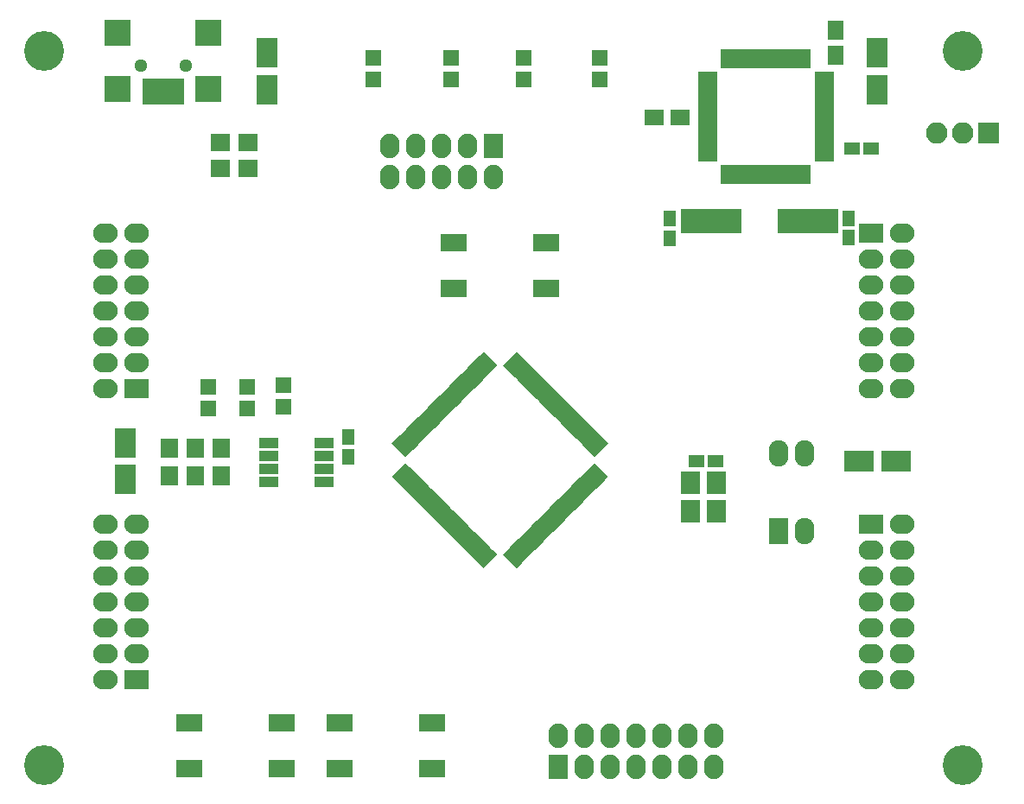
<source format=gts>
G04 #@! TF.FileFunction,Soldermask,Top*
%FSLAX46Y46*%
G04 Gerber Fmt 4.6, Leading zero omitted, Abs format (unit mm)*
G04 Created by KiCad (PCBNEW 4.0.5) date 03/03/17 01:14:30*
%MOMM*%
%LPD*%
G01*
G04 APERTURE LIST*
%ADD10C,0.100000*%
%ADD11R,1.650000X1.900000*%
%ADD12R,1.900000X0.950000*%
%ADD13R,0.950000X1.900000*%
%ADD14R,2.597100X2.597100*%
%ADD15R,0.897840X2.597100*%
%ADD16C,1.299160*%
%ADD17O,1.900000X2.400000*%
%ADD18R,1.900000X2.400000*%
%ADD19R,1.950000X1.000000*%
%ADD20R,1.598880X1.598880*%
%ADD21R,1.600000X1.150000*%
%ADD22R,1.900000X1.650000*%
%ADD23R,1.900000X1.700000*%
%ADD24R,1.700000X1.900000*%
%ADD25O,2.400000X1.900000*%
%ADD26R,2.400000X1.900000*%
%ADD27R,5.899100X2.398980*%
%ADD28R,1.900000X2.200000*%
%ADD29R,1.150000X1.600000*%
%ADD30R,2.000200X3.000960*%
%ADD31R,3.000960X2.000200*%
%ADD32C,3.900120*%
%ADD33R,2.500000X1.750000*%
%ADD34R,2.100000X2.100000*%
%ADD35O,2.100000X2.100000*%
%ADD36R,1.898600X2.597100*%
%ADD37O,1.898600X2.597100*%
G04 APERTURE END LIST*
D10*
D11*
X170688000Y-65766000D03*
X170688000Y-63266000D03*
D10*
G36*
X147906627Y-103288679D02*
X148401602Y-103783654D01*
X147058099Y-105127157D01*
X146563124Y-104632182D01*
X147906627Y-103288679D01*
X147906627Y-103288679D01*
G37*
G36*
X147553074Y-102935126D02*
X148048049Y-103430101D01*
X146704546Y-104773604D01*
X146209571Y-104278629D01*
X147553074Y-102935126D01*
X147553074Y-102935126D01*
G37*
G36*
X147199520Y-102581573D02*
X147694495Y-103076548D01*
X146350992Y-104420051D01*
X145856017Y-103925076D01*
X147199520Y-102581573D01*
X147199520Y-102581573D01*
G37*
G36*
X146845967Y-102228019D02*
X147340942Y-102722994D01*
X145997439Y-104066497D01*
X145502464Y-103571522D01*
X146845967Y-102228019D01*
X146845967Y-102228019D01*
G37*
G36*
X146492413Y-101874466D02*
X146987388Y-102369441D01*
X145643885Y-103712944D01*
X145148910Y-103217969D01*
X146492413Y-101874466D01*
X146492413Y-101874466D01*
G37*
G36*
X146138860Y-101520913D02*
X146633835Y-102015888D01*
X145290332Y-103359391D01*
X144795357Y-102864416D01*
X146138860Y-101520913D01*
X146138860Y-101520913D01*
G37*
G36*
X145785307Y-101167359D02*
X146280282Y-101662334D01*
X144936779Y-103005837D01*
X144441804Y-102510862D01*
X145785307Y-101167359D01*
X145785307Y-101167359D01*
G37*
G36*
X145431753Y-100813806D02*
X145926728Y-101308781D01*
X144583225Y-102652284D01*
X144088250Y-102157309D01*
X145431753Y-100813806D01*
X145431753Y-100813806D01*
G37*
G36*
X145078200Y-100460252D02*
X145573175Y-100955227D01*
X144229672Y-102298730D01*
X143734697Y-101803755D01*
X145078200Y-100460252D01*
X145078200Y-100460252D01*
G37*
G36*
X144724646Y-100106699D02*
X145219621Y-100601674D01*
X143876118Y-101945177D01*
X143381143Y-101450202D01*
X144724646Y-100106699D01*
X144724646Y-100106699D01*
G37*
G36*
X144371093Y-99753146D02*
X144866068Y-100248121D01*
X143522565Y-101591624D01*
X143027590Y-101096649D01*
X144371093Y-99753146D01*
X144371093Y-99753146D01*
G37*
G36*
X144017540Y-99399592D02*
X144512515Y-99894567D01*
X143169012Y-101238070D01*
X142674037Y-100743095D01*
X144017540Y-99399592D01*
X144017540Y-99399592D01*
G37*
G36*
X143663986Y-99046039D02*
X144158961Y-99541014D01*
X142815458Y-100884517D01*
X142320483Y-100389542D01*
X143663986Y-99046039D01*
X143663986Y-99046039D01*
G37*
G36*
X143310433Y-98692485D02*
X143805408Y-99187460D01*
X142461905Y-100530963D01*
X141966930Y-100035988D01*
X143310433Y-98692485D01*
X143310433Y-98692485D01*
G37*
G36*
X142956879Y-98338932D02*
X143451854Y-98833907D01*
X142108351Y-100177410D01*
X141613376Y-99682435D01*
X142956879Y-98338932D01*
X142956879Y-98338932D01*
G37*
G36*
X142603326Y-97985379D02*
X143098301Y-98480354D01*
X141754798Y-99823857D01*
X141259823Y-99328882D01*
X142603326Y-97985379D01*
X142603326Y-97985379D01*
G37*
G36*
X142249773Y-97631825D02*
X142744748Y-98126800D01*
X141401245Y-99470303D01*
X140906270Y-98975328D01*
X142249773Y-97631825D01*
X142249773Y-97631825D01*
G37*
G36*
X141896219Y-97278272D02*
X142391194Y-97773247D01*
X141047691Y-99116750D01*
X140552716Y-98621775D01*
X141896219Y-97278272D01*
X141896219Y-97278272D01*
G37*
G36*
X141542666Y-96924718D02*
X142037641Y-97419693D01*
X140694138Y-98763196D01*
X140199163Y-98268221D01*
X141542666Y-96924718D01*
X141542666Y-96924718D01*
G37*
G36*
X141189112Y-96571165D02*
X141684087Y-97066140D01*
X140340584Y-98409643D01*
X139845609Y-97914668D01*
X141189112Y-96571165D01*
X141189112Y-96571165D01*
G37*
G36*
X140835559Y-96217612D02*
X141330534Y-96712587D01*
X139987031Y-98056090D01*
X139492056Y-97561115D01*
X140835559Y-96217612D01*
X140835559Y-96217612D01*
G37*
G36*
X140482006Y-95864058D02*
X140976981Y-96359033D01*
X139633478Y-97702536D01*
X139138503Y-97207561D01*
X140482006Y-95864058D01*
X140482006Y-95864058D01*
G37*
G36*
X140128452Y-95510505D02*
X140623427Y-96005480D01*
X139279924Y-97348983D01*
X138784949Y-96854008D01*
X140128452Y-95510505D01*
X140128452Y-95510505D01*
G37*
G36*
X139774899Y-95156951D02*
X140269874Y-95651926D01*
X138926371Y-96995429D01*
X138431396Y-96500454D01*
X139774899Y-95156951D01*
X139774899Y-95156951D01*
G37*
G36*
X139421346Y-94803398D02*
X139916321Y-95298373D01*
X138572818Y-96641876D01*
X138077843Y-96146901D01*
X139421346Y-94803398D01*
X139421346Y-94803398D01*
G37*
G36*
X135673679Y-95298373D02*
X136168654Y-94803398D01*
X137512157Y-96146901D01*
X137017182Y-96641876D01*
X135673679Y-95298373D01*
X135673679Y-95298373D01*
G37*
G36*
X135320126Y-95651926D02*
X135815101Y-95156951D01*
X137158604Y-96500454D01*
X136663629Y-96995429D01*
X135320126Y-95651926D01*
X135320126Y-95651926D01*
G37*
G36*
X134966573Y-96005480D02*
X135461548Y-95510505D01*
X136805051Y-96854008D01*
X136310076Y-97348983D01*
X134966573Y-96005480D01*
X134966573Y-96005480D01*
G37*
G36*
X134613019Y-96359033D02*
X135107994Y-95864058D01*
X136451497Y-97207561D01*
X135956522Y-97702536D01*
X134613019Y-96359033D01*
X134613019Y-96359033D01*
G37*
G36*
X134259466Y-96712587D02*
X134754441Y-96217612D01*
X136097944Y-97561115D01*
X135602969Y-98056090D01*
X134259466Y-96712587D01*
X134259466Y-96712587D01*
G37*
G36*
X133905913Y-97066140D02*
X134400888Y-96571165D01*
X135744391Y-97914668D01*
X135249416Y-98409643D01*
X133905913Y-97066140D01*
X133905913Y-97066140D01*
G37*
G36*
X133552359Y-97419693D02*
X134047334Y-96924718D01*
X135390837Y-98268221D01*
X134895862Y-98763196D01*
X133552359Y-97419693D01*
X133552359Y-97419693D01*
G37*
G36*
X133198806Y-97773247D02*
X133693781Y-97278272D01*
X135037284Y-98621775D01*
X134542309Y-99116750D01*
X133198806Y-97773247D01*
X133198806Y-97773247D01*
G37*
G36*
X132845252Y-98126800D02*
X133340227Y-97631825D01*
X134683730Y-98975328D01*
X134188755Y-99470303D01*
X132845252Y-98126800D01*
X132845252Y-98126800D01*
G37*
G36*
X132491699Y-98480354D02*
X132986674Y-97985379D01*
X134330177Y-99328882D01*
X133835202Y-99823857D01*
X132491699Y-98480354D01*
X132491699Y-98480354D01*
G37*
G36*
X132138146Y-98833907D02*
X132633121Y-98338932D01*
X133976624Y-99682435D01*
X133481649Y-100177410D01*
X132138146Y-98833907D01*
X132138146Y-98833907D01*
G37*
G36*
X131784592Y-99187460D02*
X132279567Y-98692485D01*
X133623070Y-100035988D01*
X133128095Y-100530963D01*
X131784592Y-99187460D01*
X131784592Y-99187460D01*
G37*
G36*
X131431039Y-99541014D02*
X131926014Y-99046039D01*
X133269517Y-100389542D01*
X132774542Y-100884517D01*
X131431039Y-99541014D01*
X131431039Y-99541014D01*
G37*
G36*
X131077485Y-99894567D02*
X131572460Y-99399592D01*
X132915963Y-100743095D01*
X132420988Y-101238070D01*
X131077485Y-99894567D01*
X131077485Y-99894567D01*
G37*
G36*
X130723932Y-100248121D02*
X131218907Y-99753146D01*
X132562410Y-101096649D01*
X132067435Y-101591624D01*
X130723932Y-100248121D01*
X130723932Y-100248121D01*
G37*
G36*
X130370379Y-100601674D02*
X130865354Y-100106699D01*
X132208857Y-101450202D01*
X131713882Y-101945177D01*
X130370379Y-100601674D01*
X130370379Y-100601674D01*
G37*
G36*
X130016825Y-100955227D02*
X130511800Y-100460252D01*
X131855303Y-101803755D01*
X131360328Y-102298730D01*
X130016825Y-100955227D01*
X130016825Y-100955227D01*
G37*
G36*
X129663272Y-101308781D02*
X130158247Y-100813806D01*
X131501750Y-102157309D01*
X131006775Y-102652284D01*
X129663272Y-101308781D01*
X129663272Y-101308781D01*
G37*
G36*
X129309718Y-101662334D02*
X129804693Y-101167359D01*
X131148196Y-102510862D01*
X130653221Y-103005837D01*
X129309718Y-101662334D01*
X129309718Y-101662334D01*
G37*
G36*
X128956165Y-102015888D02*
X129451140Y-101520913D01*
X130794643Y-102864416D01*
X130299668Y-103359391D01*
X128956165Y-102015888D01*
X128956165Y-102015888D01*
G37*
G36*
X128602612Y-102369441D02*
X129097587Y-101874466D01*
X130441090Y-103217969D01*
X129946115Y-103712944D01*
X128602612Y-102369441D01*
X128602612Y-102369441D01*
G37*
G36*
X128249058Y-102722994D02*
X128744033Y-102228019D01*
X130087536Y-103571522D01*
X129592561Y-104066497D01*
X128249058Y-102722994D01*
X128249058Y-102722994D01*
G37*
G36*
X127895505Y-103076548D02*
X128390480Y-102581573D01*
X129733983Y-103925076D01*
X129239008Y-104420051D01*
X127895505Y-103076548D01*
X127895505Y-103076548D01*
G37*
G36*
X127541951Y-103430101D02*
X128036926Y-102935126D01*
X129380429Y-104278629D01*
X128885454Y-104773604D01*
X127541951Y-103430101D01*
X127541951Y-103430101D01*
G37*
G36*
X127188398Y-103783654D02*
X127683373Y-103288679D01*
X129026876Y-104632182D01*
X128531901Y-105127157D01*
X127188398Y-103783654D01*
X127188398Y-103783654D01*
G37*
G36*
X128531901Y-105692843D02*
X129026876Y-106187818D01*
X127683373Y-107531321D01*
X127188398Y-107036346D01*
X128531901Y-105692843D01*
X128531901Y-105692843D01*
G37*
G36*
X128885454Y-106046396D02*
X129380429Y-106541371D01*
X128036926Y-107884874D01*
X127541951Y-107389899D01*
X128885454Y-106046396D01*
X128885454Y-106046396D01*
G37*
G36*
X129239008Y-106399949D02*
X129733983Y-106894924D01*
X128390480Y-108238427D01*
X127895505Y-107743452D01*
X129239008Y-106399949D01*
X129239008Y-106399949D01*
G37*
G36*
X129592561Y-106753503D02*
X130087536Y-107248478D01*
X128744033Y-108591981D01*
X128249058Y-108097006D01*
X129592561Y-106753503D01*
X129592561Y-106753503D01*
G37*
G36*
X129946115Y-107107056D02*
X130441090Y-107602031D01*
X129097587Y-108945534D01*
X128602612Y-108450559D01*
X129946115Y-107107056D01*
X129946115Y-107107056D01*
G37*
G36*
X130299668Y-107460609D02*
X130794643Y-107955584D01*
X129451140Y-109299087D01*
X128956165Y-108804112D01*
X130299668Y-107460609D01*
X130299668Y-107460609D01*
G37*
G36*
X130653221Y-107814163D02*
X131148196Y-108309138D01*
X129804693Y-109652641D01*
X129309718Y-109157666D01*
X130653221Y-107814163D01*
X130653221Y-107814163D01*
G37*
G36*
X131006775Y-108167716D02*
X131501750Y-108662691D01*
X130158247Y-110006194D01*
X129663272Y-109511219D01*
X131006775Y-108167716D01*
X131006775Y-108167716D01*
G37*
G36*
X131360328Y-108521270D02*
X131855303Y-109016245D01*
X130511800Y-110359748D01*
X130016825Y-109864773D01*
X131360328Y-108521270D01*
X131360328Y-108521270D01*
G37*
G36*
X131713882Y-108874823D02*
X132208857Y-109369798D01*
X130865354Y-110713301D01*
X130370379Y-110218326D01*
X131713882Y-108874823D01*
X131713882Y-108874823D01*
G37*
G36*
X132067435Y-109228376D02*
X132562410Y-109723351D01*
X131218907Y-111066854D01*
X130723932Y-110571879D01*
X132067435Y-109228376D01*
X132067435Y-109228376D01*
G37*
G36*
X132420988Y-109581930D02*
X132915963Y-110076905D01*
X131572460Y-111420408D01*
X131077485Y-110925433D01*
X132420988Y-109581930D01*
X132420988Y-109581930D01*
G37*
G36*
X132774542Y-109935483D02*
X133269517Y-110430458D01*
X131926014Y-111773961D01*
X131431039Y-111278986D01*
X132774542Y-109935483D01*
X132774542Y-109935483D01*
G37*
G36*
X133128095Y-110289037D02*
X133623070Y-110784012D01*
X132279567Y-112127515D01*
X131784592Y-111632540D01*
X133128095Y-110289037D01*
X133128095Y-110289037D01*
G37*
G36*
X133481649Y-110642590D02*
X133976624Y-111137565D01*
X132633121Y-112481068D01*
X132138146Y-111986093D01*
X133481649Y-110642590D01*
X133481649Y-110642590D01*
G37*
G36*
X133835202Y-110996143D02*
X134330177Y-111491118D01*
X132986674Y-112834621D01*
X132491699Y-112339646D01*
X133835202Y-110996143D01*
X133835202Y-110996143D01*
G37*
G36*
X134188755Y-111349697D02*
X134683730Y-111844672D01*
X133340227Y-113188175D01*
X132845252Y-112693200D01*
X134188755Y-111349697D01*
X134188755Y-111349697D01*
G37*
G36*
X134542309Y-111703250D02*
X135037284Y-112198225D01*
X133693781Y-113541728D01*
X133198806Y-113046753D01*
X134542309Y-111703250D01*
X134542309Y-111703250D01*
G37*
G36*
X134895862Y-112056804D02*
X135390837Y-112551779D01*
X134047334Y-113895282D01*
X133552359Y-113400307D01*
X134895862Y-112056804D01*
X134895862Y-112056804D01*
G37*
G36*
X135249416Y-112410357D02*
X135744391Y-112905332D01*
X134400888Y-114248835D01*
X133905913Y-113753860D01*
X135249416Y-112410357D01*
X135249416Y-112410357D01*
G37*
G36*
X135602969Y-112763910D02*
X136097944Y-113258885D01*
X134754441Y-114602388D01*
X134259466Y-114107413D01*
X135602969Y-112763910D01*
X135602969Y-112763910D01*
G37*
G36*
X135956522Y-113117464D02*
X136451497Y-113612439D01*
X135107994Y-114955942D01*
X134613019Y-114460967D01*
X135956522Y-113117464D01*
X135956522Y-113117464D01*
G37*
G36*
X136310076Y-113471017D02*
X136805051Y-113965992D01*
X135461548Y-115309495D01*
X134966573Y-114814520D01*
X136310076Y-113471017D01*
X136310076Y-113471017D01*
G37*
G36*
X136663629Y-113824571D02*
X137158604Y-114319546D01*
X135815101Y-115663049D01*
X135320126Y-115168074D01*
X136663629Y-113824571D01*
X136663629Y-113824571D01*
G37*
G36*
X137017182Y-114178124D02*
X137512157Y-114673099D01*
X136168654Y-116016602D01*
X135673679Y-115521627D01*
X137017182Y-114178124D01*
X137017182Y-114178124D01*
G37*
G36*
X138077843Y-114673099D02*
X138572818Y-114178124D01*
X139916321Y-115521627D01*
X139421346Y-116016602D01*
X138077843Y-114673099D01*
X138077843Y-114673099D01*
G37*
G36*
X138431396Y-114319546D02*
X138926371Y-113824571D01*
X140269874Y-115168074D01*
X139774899Y-115663049D01*
X138431396Y-114319546D01*
X138431396Y-114319546D01*
G37*
G36*
X138784949Y-113965992D02*
X139279924Y-113471017D01*
X140623427Y-114814520D01*
X140128452Y-115309495D01*
X138784949Y-113965992D01*
X138784949Y-113965992D01*
G37*
G36*
X139138503Y-113612439D02*
X139633478Y-113117464D01*
X140976981Y-114460967D01*
X140482006Y-114955942D01*
X139138503Y-113612439D01*
X139138503Y-113612439D01*
G37*
G36*
X139492056Y-113258885D02*
X139987031Y-112763910D01*
X141330534Y-114107413D01*
X140835559Y-114602388D01*
X139492056Y-113258885D01*
X139492056Y-113258885D01*
G37*
G36*
X139845609Y-112905332D02*
X140340584Y-112410357D01*
X141684087Y-113753860D01*
X141189112Y-114248835D01*
X139845609Y-112905332D01*
X139845609Y-112905332D01*
G37*
G36*
X140199163Y-112551779D02*
X140694138Y-112056804D01*
X142037641Y-113400307D01*
X141542666Y-113895282D01*
X140199163Y-112551779D01*
X140199163Y-112551779D01*
G37*
G36*
X140552716Y-112198225D02*
X141047691Y-111703250D01*
X142391194Y-113046753D01*
X141896219Y-113541728D01*
X140552716Y-112198225D01*
X140552716Y-112198225D01*
G37*
G36*
X140906270Y-111844672D02*
X141401245Y-111349697D01*
X142744748Y-112693200D01*
X142249773Y-113188175D01*
X140906270Y-111844672D01*
X140906270Y-111844672D01*
G37*
G36*
X141259823Y-111491118D02*
X141754798Y-110996143D01*
X143098301Y-112339646D01*
X142603326Y-112834621D01*
X141259823Y-111491118D01*
X141259823Y-111491118D01*
G37*
G36*
X141613376Y-111137565D02*
X142108351Y-110642590D01*
X143451854Y-111986093D01*
X142956879Y-112481068D01*
X141613376Y-111137565D01*
X141613376Y-111137565D01*
G37*
G36*
X141966930Y-110784012D02*
X142461905Y-110289037D01*
X143805408Y-111632540D01*
X143310433Y-112127515D01*
X141966930Y-110784012D01*
X141966930Y-110784012D01*
G37*
G36*
X142320483Y-110430458D02*
X142815458Y-109935483D01*
X144158961Y-111278986D01*
X143663986Y-111773961D01*
X142320483Y-110430458D01*
X142320483Y-110430458D01*
G37*
G36*
X142674037Y-110076905D02*
X143169012Y-109581930D01*
X144512515Y-110925433D01*
X144017540Y-111420408D01*
X142674037Y-110076905D01*
X142674037Y-110076905D01*
G37*
G36*
X143027590Y-109723351D02*
X143522565Y-109228376D01*
X144866068Y-110571879D01*
X144371093Y-111066854D01*
X143027590Y-109723351D01*
X143027590Y-109723351D01*
G37*
G36*
X143381143Y-109369798D02*
X143876118Y-108874823D01*
X145219621Y-110218326D01*
X144724646Y-110713301D01*
X143381143Y-109369798D01*
X143381143Y-109369798D01*
G37*
G36*
X143734697Y-109016245D02*
X144229672Y-108521270D01*
X145573175Y-109864773D01*
X145078200Y-110359748D01*
X143734697Y-109016245D01*
X143734697Y-109016245D01*
G37*
G36*
X144088250Y-108662691D02*
X144583225Y-108167716D01*
X145926728Y-109511219D01*
X145431753Y-110006194D01*
X144088250Y-108662691D01*
X144088250Y-108662691D01*
G37*
G36*
X144441804Y-108309138D02*
X144936779Y-107814163D01*
X146280282Y-109157666D01*
X145785307Y-109652641D01*
X144441804Y-108309138D01*
X144441804Y-108309138D01*
G37*
G36*
X144795357Y-107955584D02*
X145290332Y-107460609D01*
X146633835Y-108804112D01*
X146138860Y-109299087D01*
X144795357Y-107955584D01*
X144795357Y-107955584D01*
G37*
G36*
X145148910Y-107602031D02*
X145643885Y-107107056D01*
X146987388Y-108450559D01*
X146492413Y-108945534D01*
X145148910Y-107602031D01*
X145148910Y-107602031D01*
G37*
G36*
X145502464Y-107248478D02*
X145997439Y-106753503D01*
X147340942Y-108097006D01*
X146845967Y-108591981D01*
X145502464Y-107248478D01*
X145502464Y-107248478D01*
G37*
G36*
X145856017Y-106894924D02*
X146350992Y-106399949D01*
X147694495Y-107743452D01*
X147199520Y-108238427D01*
X145856017Y-106894924D01*
X145856017Y-106894924D01*
G37*
G36*
X146209571Y-106541371D02*
X146704546Y-106046396D01*
X148048049Y-107389899D01*
X147553074Y-107884874D01*
X146209571Y-106541371D01*
X146209571Y-106541371D01*
G37*
G36*
X146563124Y-106187818D02*
X147058099Y-105692843D01*
X148401602Y-107036346D01*
X147906627Y-107531321D01*
X146563124Y-106187818D01*
X146563124Y-106187818D01*
G37*
D12*
X158130000Y-67755000D03*
X158130000Y-68555000D03*
X158130000Y-69355000D03*
X158130000Y-70155000D03*
X158130000Y-70955000D03*
X158130000Y-71755000D03*
X158130000Y-72555000D03*
X158130000Y-73355000D03*
X158130000Y-74155000D03*
X158130000Y-74955000D03*
X158130000Y-75755000D03*
D13*
X159830000Y-77455000D03*
X160630000Y-77455000D03*
X161430000Y-77455000D03*
X162230000Y-77455000D03*
X163030000Y-77455000D03*
X163830000Y-77455000D03*
X164630000Y-77455000D03*
X165430000Y-77455000D03*
X166230000Y-77455000D03*
X167030000Y-77455000D03*
X167830000Y-77455000D03*
D12*
X169530000Y-75755000D03*
X169530000Y-74955000D03*
X169530000Y-74155000D03*
X169530000Y-73355000D03*
X169530000Y-72555000D03*
X169530000Y-71755000D03*
X169530000Y-70955000D03*
X169530000Y-70155000D03*
X169530000Y-69355000D03*
X169530000Y-68555000D03*
X169530000Y-67755000D03*
D13*
X167830000Y-66055000D03*
X167030000Y-66055000D03*
X166230000Y-66055000D03*
X165430000Y-66055000D03*
X164630000Y-66055000D03*
X163830000Y-66055000D03*
X163030000Y-66055000D03*
X162230000Y-66055000D03*
X161430000Y-66055000D03*
X160630000Y-66055000D03*
X159830000Y-66055000D03*
D14*
X100345240Y-69024500D03*
D15*
X106372660Y-69303900D03*
X105572560Y-69303900D03*
X104775000Y-69303900D03*
X103977440Y-69303900D03*
X103177340Y-69303900D03*
D16*
X106972100Y-66776600D03*
X102575360Y-66776600D03*
D14*
X109204760Y-69024500D03*
X109204760Y-63525400D03*
X100345240Y-63525400D03*
D17*
X158750000Y-135505000D03*
X158750000Y-132465000D03*
X156210000Y-132465000D03*
X156210000Y-135505000D03*
X153670000Y-135505000D03*
X153670000Y-132465000D03*
X151130000Y-132465000D03*
X151130000Y-135505000D03*
D18*
X143510000Y-135505000D03*
D17*
X143510000Y-132465000D03*
X146050000Y-135505000D03*
X146050000Y-132465000D03*
X148590000Y-135505000D03*
X148590000Y-132465000D03*
D19*
X120556000Y-107569000D03*
X120556000Y-106299000D03*
X120556000Y-105029000D03*
X120556000Y-103759000D03*
X115156000Y-103759000D03*
X115156000Y-105029000D03*
X115156000Y-106299000D03*
X115156000Y-107569000D03*
D20*
X147574000Y-68105020D03*
X147574000Y-66006980D03*
D21*
X158938000Y-105537000D03*
X157038000Y-105537000D03*
D20*
X125349000Y-66006980D03*
X125349000Y-68105020D03*
D22*
X155428000Y-71882000D03*
X152928000Y-71882000D03*
D20*
X132969000Y-66006980D03*
X132969000Y-68105020D03*
X140081000Y-66006980D03*
X140081000Y-68105020D03*
X113030000Y-98264980D03*
X113030000Y-100363020D03*
D23*
X113110000Y-76835000D03*
X110410000Y-76835000D03*
X113110000Y-74295000D03*
X110410000Y-74295000D03*
D24*
X105410000Y-107014000D03*
X105410000Y-104314000D03*
D20*
X109220000Y-98264980D03*
X109220000Y-100363020D03*
X116586000Y-98137980D03*
X116586000Y-100236020D03*
D24*
X107950000Y-107014000D03*
X107950000Y-104314000D03*
X110490000Y-107014000D03*
X110490000Y-104314000D03*
D17*
X127000000Y-74680000D03*
X127000000Y-77720000D03*
X129540000Y-77720000D03*
X129540000Y-74680000D03*
D18*
X137160000Y-74680000D03*
D17*
X137160000Y-77720000D03*
X134620000Y-74680000D03*
X134620000Y-77720000D03*
X132080000Y-74680000D03*
X132080000Y-77720000D03*
D25*
X102167500Y-83185000D03*
X99127500Y-83185000D03*
X99127500Y-85725000D03*
X102167500Y-85725000D03*
X102167500Y-88265000D03*
X99127500Y-88265000D03*
X99127500Y-90805000D03*
X102167500Y-90805000D03*
D26*
X102167500Y-98425000D03*
D25*
X99127500Y-98425000D03*
X102167500Y-95885000D03*
X99127500Y-95885000D03*
X102167500Y-93345000D03*
X99127500Y-93345000D03*
X102167500Y-111760000D03*
X99127500Y-111760000D03*
X99127500Y-114300000D03*
X102167500Y-114300000D03*
X102167500Y-116840000D03*
X99127500Y-116840000D03*
X99127500Y-119380000D03*
X102167500Y-119380000D03*
D26*
X102167500Y-127000000D03*
D25*
X99127500Y-127000000D03*
X102167500Y-124460000D03*
X99127500Y-124460000D03*
X102167500Y-121920000D03*
X99127500Y-121920000D03*
X174121000Y-98425000D03*
X177161000Y-98425000D03*
X177161000Y-95885000D03*
X174121000Y-95885000D03*
X174121000Y-93345000D03*
X177161000Y-93345000D03*
X177161000Y-90805000D03*
X174121000Y-90805000D03*
D26*
X174121000Y-83185000D03*
D25*
X177161000Y-83185000D03*
X174121000Y-85725000D03*
X177161000Y-85725000D03*
X174121000Y-88265000D03*
X177161000Y-88265000D03*
X174121000Y-127000000D03*
X177161000Y-127000000D03*
X177161000Y-124460000D03*
X174121000Y-124460000D03*
X174121000Y-121920000D03*
X177161000Y-121920000D03*
X177161000Y-119380000D03*
X174121000Y-119380000D03*
D26*
X174121000Y-111760000D03*
D25*
X177161000Y-111760000D03*
X174121000Y-114300000D03*
X177161000Y-114300000D03*
X174121000Y-116840000D03*
X177161000Y-116840000D03*
D27*
X167944800Y-82042000D03*
X158445200Y-82042000D03*
D28*
X159004000Y-107693000D03*
X156464000Y-107693000D03*
X156464000Y-110493000D03*
X159004000Y-110493000D03*
D21*
X172278000Y-74930000D03*
X174178000Y-74930000D03*
D29*
X171958000Y-81727000D03*
X171958000Y-83627000D03*
X154432000Y-81788000D03*
X154432000Y-83688000D03*
X122936000Y-105090000D03*
X122936000Y-103190000D03*
D30*
X114935000Y-69110860D03*
X114935000Y-65509140D03*
X101092000Y-103736140D03*
X101092000Y-107337860D03*
X174752000Y-69110860D03*
X174752000Y-65509140D03*
D31*
X172951140Y-105537000D03*
X176552860Y-105537000D03*
D32*
X93134180Y-135333740D03*
X93134180Y-65333880D03*
X183134000Y-65333880D03*
X183134000Y-135333740D03*
D33*
X107337000Y-135727000D03*
X107337000Y-131227000D03*
X116437000Y-131227000D03*
X116437000Y-135727000D03*
X122069000Y-135727000D03*
X122069000Y-131227000D03*
X131169000Y-131227000D03*
X131169000Y-135727000D03*
D34*
X185674000Y-73406000D03*
D35*
X183134000Y-73406000D03*
X180594000Y-73406000D03*
D33*
X133245000Y-88610000D03*
X133245000Y-84110000D03*
X142345000Y-84110000D03*
X142345000Y-88610000D03*
D36*
X165100000Y-112395000D03*
D37*
X165100000Y-104775000D03*
X167640000Y-112395000D03*
X167640000Y-104775000D03*
M02*

</source>
